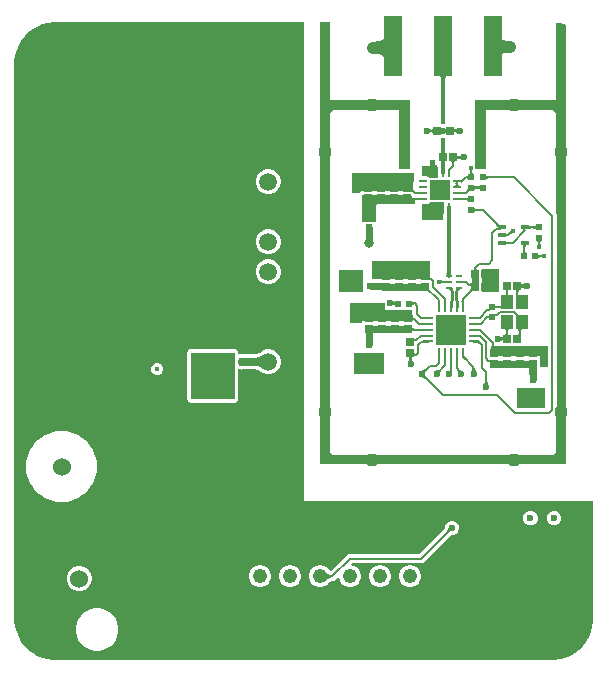
<source format=gtl>
G04*
G04 #@! TF.GenerationSoftware,Altium Limited,Altium Designer,22.1.2 (22)*
G04*
G04 Layer_Physical_Order=1*
G04 Layer_Color=255*
%FSLAX25Y25*%
%MOIN*%
G70*
G04*
G04 #@! TF.SameCoordinates,5B492A3F-CB9A-4010-B6E6-7C5E2EA9E8FC*
G04*
G04*
G04 #@! TF.FilePolarity,Positive*
G04*
G01*
G75*
%ADD10C,0.00787*%
%ADD49R,0.05984X0.20000*%
%ADD50R,0.02756X0.03150*%
%ADD51R,0.01181X0.02559*%
%ADD52R,0.10236X0.10236*%
%ADD53R,0.02362X0.02756*%
%ADD54R,0.01575X0.01890*%
%ADD55O,0.03543X0.00984*%
%ADD56O,0.00984X0.03543*%
%ADD57R,0.02677X0.02520*%
%ADD58R,0.02520X0.02677*%
%ADD59R,0.02362X0.02657*%
G04:AMPARAMS|DCode=60|XSize=39.37mil|YSize=31.5mil|CornerRadius=2.36mil|HoleSize=0mil|Usage=FLASHONLY|Rotation=0.000|XOffset=0mil|YOffset=0mil|HoleType=Round|Shape=RoundedRectangle|*
%AMROUNDEDRECTD60*
21,1,0.03937,0.02677,0,0,0.0*
21,1,0.03465,0.03150,0,0,0.0*
1,1,0.00472,0.01732,-0.01339*
1,1,0.00472,-0.01732,-0.01339*
1,1,0.00472,-0.01732,0.01339*
1,1,0.00472,0.01732,0.01339*
%
%ADD60ROUNDEDRECTD60*%
G04:AMPARAMS|DCode=61|XSize=39.37mil|YSize=31.5mil|CornerRadius=2.36mil|HoleSize=0mil|Usage=FLASHONLY|Rotation=270.000|XOffset=0mil|YOffset=0mil|HoleType=Round|Shape=RoundedRectangle|*
%AMROUNDEDRECTD61*
21,1,0.03937,0.02677,0,0,270.0*
21,1,0.03465,0.03150,0,0,270.0*
1,1,0.00472,-0.01339,-0.01732*
1,1,0.00472,-0.01339,0.01732*
1,1,0.00472,0.01339,0.01732*
1,1,0.00472,0.01339,-0.01732*
%
%ADD61ROUNDEDRECTD61*%
%ADD62R,0.01968X0.01968*%
%ADD63R,0.01968X0.01968*%
%ADD64R,0.02165X0.02165*%
%ADD65O,0.00984X0.03150*%
%ADD66O,0.03150X0.00984*%
%ADD67R,0.06693X0.06693*%
%ADD68R,0.02657X0.02362*%
%ADD69R,0.02165X0.02362*%
%ADD70R,0.02736X0.01654*%
%ADD71R,0.02165X0.00984*%
%ADD72R,0.02165X0.02165*%
%ADD73R,0.03937X0.04724*%
%ADD74C,0.02756*%
%ADD75C,0.01968*%
%ADD76C,0.00394*%
%ADD77C,0.02362*%
%ADD78C,0.00896*%
%ADD79C,0.01323*%
%ADD80C,0.01181*%
%ADD81C,0.03937*%
%ADD82C,0.06000*%
%ADD83C,0.05984*%
%ADD84C,0.04882*%
%ADD85R,0.04882X0.04882*%
%ADD86C,0.23622*%
%ADD87C,0.06024*%
%ADD88R,0.06024X0.06024*%
%ADD89C,0.02362*%
%ADD90C,0.03150*%
%ADD91C,0.01575*%
G36*
X164571Y209014D02*
X164654Y208878D01*
X164793Y208758D01*
X164988Y208654D01*
X165238Y208566D01*
X165544Y208494D01*
X165905Y208438D01*
X166322Y208398D01*
X167323Y208366D01*
Y204429D01*
X166795Y204421D01*
X165905Y204357D01*
X165544Y204301D01*
X165238Y204229D01*
X164988Y204141D01*
X164793Y204037D01*
X164654Y203918D01*
X164571Y203782D01*
X164543Y203630D01*
Y209166D01*
X164571Y209014D01*
D02*
G37*
G36*
X125221Y202350D02*
X125183Y202689D01*
X125070Y202992D01*
X124882Y203260D01*
X124619Y203492D01*
X124280Y203688D01*
X123866Y203849D01*
X123376Y203973D01*
X122812Y204063D01*
X122172Y204116D01*
X121457Y204134D01*
Y208071D01*
X122172Y208089D01*
X122812Y208142D01*
X123376Y208231D01*
X123866Y208356D01*
X124280Y208517D01*
X124619Y208713D01*
X124882Y208945D01*
X125070Y209212D01*
X125183Y209516D01*
X125221Y209855D01*
Y202350D01*
D02*
G37*
G36*
X146080Y196605D02*
X145967Y196565D01*
X145868Y196498D01*
X145782Y196405D01*
X145709Y196285D01*
X145650Y196138D01*
X145603Y195964D01*
X145570Y195764D01*
X145550Y195537D01*
X145544Y195283D01*
X144220D01*
X144214Y195537D01*
X144194Y195764D01*
X144161Y195964D01*
X144114Y196138D01*
X144055Y196285D01*
X143982Y196405D01*
X143896Y196498D01*
X143797Y196565D01*
X143684Y196605D01*
X143559Y196618D01*
X146205D01*
X146080Y196605D01*
D02*
G37*
G36*
X149550Y177520D02*
X149464Y177602D01*
X149375Y177676D01*
X149284Y177741D01*
X149190Y177797D01*
X149093Y177845D01*
X148994Y177884D01*
X148892Y177914D01*
X148839Y177925D01*
X148793Y177917D01*
X148689Y177890D01*
X148601Y177854D01*
X148529Y177811D01*
X148473Y177760D01*
X148433Y177701D01*
X148409Y177634D01*
X148401Y177559D01*
Y179134D01*
X148409Y179059D01*
X148433Y178992D01*
X148473Y178933D01*
X148529Y178882D01*
X148601Y178839D01*
X148689Y178803D01*
X148793Y178776D01*
X148839Y178768D01*
X148892Y178779D01*
X148994Y178809D01*
X149093Y178848D01*
X149190Y178896D01*
X149284Y178952D01*
X149375Y179017D01*
X149464Y179091D01*
X149550Y179173D01*
Y177520D01*
D02*
G37*
G36*
X145681Y177559D02*
X145673Y177634D01*
X145650Y177701D01*
X145610Y177760D01*
X145555Y177811D01*
X145484Y177854D01*
X145398Y177890D01*
X145296Y177917D01*
X145177Y177937D01*
X145044Y177949D01*
X144894Y177953D01*
Y178740D01*
X145044Y178744D01*
X145177Y178756D01*
X145296Y178776D01*
X145398Y178803D01*
X145484Y178839D01*
X145555Y178882D01*
X145610Y178933D01*
X145650Y178992D01*
X145673Y179059D01*
X145681Y179134D01*
Y177559D01*
D02*
G37*
G36*
X144079Y179059D02*
X144103Y178992D01*
X144142Y178933D01*
X144198Y178882D01*
X144270Y178839D01*
X144358Y178803D01*
X144462Y178776D01*
X144582Y178756D01*
X144718Y178744D01*
X144870Y178740D01*
Y177953D01*
X144718Y177949D01*
X144582Y177937D01*
X144462Y177917D01*
X144358Y177890D01*
X144270Y177854D01*
X144198Y177811D01*
X144142Y177760D01*
X144103Y177701D01*
X144079Y177634D01*
X144070Y177559D01*
Y179134D01*
X144079Y179059D01*
D02*
G37*
G36*
X140300Y179091D02*
X140389Y179017D01*
X140480Y178952D01*
X140574Y178896D01*
X140671Y178848D01*
X140770Y178809D01*
X140871Y178779D01*
X140922Y178769D01*
X140965Y178776D01*
X141067Y178803D01*
X141154Y178839D01*
X141225Y178882D01*
X141280Y178933D01*
X141319Y178992D01*
X141343Y179059D01*
X141351Y179134D01*
Y177559D01*
X141343Y177634D01*
X141319Y177701D01*
X141280Y177760D01*
X141225Y177811D01*
X141154Y177854D01*
X141067Y177890D01*
X140965Y177917D01*
X140922Y177924D01*
X140871Y177914D01*
X140770Y177884D01*
X140671Y177845D01*
X140574Y177797D01*
X140480Y177741D01*
X140389Y177676D01*
X140300Y177602D01*
X140214Y177520D01*
Y179173D01*
X140300Y179091D01*
D02*
G37*
G36*
X145812D02*
X145900Y179017D01*
X145992Y178952D01*
X146086Y178896D01*
X146182Y178848D01*
X146282Y178809D01*
X146383Y178779D01*
X146488Y178758D01*
X146595Y178744D01*
X146704Y178740D01*
Y177953D01*
X146595Y177948D01*
X146488Y177935D01*
X146383Y177914D01*
X146282Y177884D01*
X146182Y177845D01*
X146086Y177797D01*
X145992Y177741D01*
X145900Y177676D01*
X145812Y177602D01*
X145725Y177520D01*
Y179173D01*
X145812Y179091D01*
D02*
G37*
G36*
X144038Y177520D02*
X143952Y177602D01*
X143863Y177676D01*
X143772Y177741D01*
X143678Y177797D01*
X143581Y177845D01*
X143482Y177884D01*
X143380Y177914D01*
X143276Y177935D01*
X143169Y177948D01*
X143060Y177953D01*
Y178740D01*
X143169Y178744D01*
X143276Y178758D01*
X143380Y178779D01*
X143482Y178809D01*
X143581Y178848D01*
X143678Y178896D01*
X143772Y178952D01*
X143863Y179017D01*
X143952Y179091D01*
X144038Y179173D01*
Y177520D01*
D02*
G37*
G36*
X151027Y168661D02*
X150940Y168744D01*
X150852Y168817D01*
X150760Y168882D01*
X150666Y168939D01*
X150570Y168986D01*
X150470Y169025D01*
X150369Y169055D01*
X150264Y169077D01*
X150195Y169086D01*
X150118Y169079D01*
X150000Y169059D01*
X149898Y169032D01*
X149811Y168996D01*
X149740Y168953D01*
X149685Y168902D01*
X149645Y168842D01*
X149622Y168776D01*
X149614Y168701D01*
Y170276D01*
X149622Y170201D01*
X149645Y170134D01*
X149685Y170075D01*
X149740Y170024D01*
X149811Y169980D01*
X149898Y169945D01*
X150000Y169917D01*
X150118Y169898D01*
X150195Y169891D01*
X150264Y169899D01*
X150369Y169921D01*
X150470Y169951D01*
X150570Y169990D01*
X150666Y170038D01*
X150760Y170094D01*
X150852Y170159D01*
X150940Y170233D01*
X151027Y170315D01*
Y168661D01*
D02*
G37*
G36*
X148902Y168244D02*
X148835Y168220D01*
X148776Y168180D01*
X148724Y168124D01*
X148681Y168052D01*
X148646Y167965D01*
X148618Y167861D01*
X148598Y167741D01*
X148587Y167605D01*
X148583Y167453D01*
X147795D01*
X147791Y167605D01*
X147780Y167741D01*
X147760Y167861D01*
X147732Y167965D01*
X147697Y168052D01*
X147653Y168124D01*
X147602Y168180D01*
X147543Y168220D01*
X147476Y168244D01*
X147402Y168252D01*
X148976D01*
X148902Y168244D01*
D02*
G37*
G36*
X154753Y165349D02*
X154727Y165310D01*
X154703Y165264D01*
X154683Y165214D01*
X154665Y165157D01*
X154651Y165095D01*
X154640Y165028D01*
X154632Y164954D01*
X154627Y164815D01*
X154630Y164701D01*
X154642Y164567D01*
X154661Y164449D01*
X154689Y164346D01*
X154724Y164260D01*
X154768Y164189D01*
X154819Y164134D01*
X154878Y164094D01*
X154945Y164071D01*
X155020Y164063D01*
X153445D01*
X153520Y164071D01*
X153587Y164094D01*
X153646Y164134D01*
X153697Y164189D01*
X153740Y164260D01*
X153776Y164346D01*
X153803Y164449D01*
X153823Y164567D01*
X153835Y164701D01*
X153838Y164826D01*
X153837Y164875D01*
X153824Y165028D01*
X153813Y165095D01*
X153799Y165157D01*
X153782Y165214D01*
X153761Y165264D01*
X153738Y165310D01*
X153711Y165349D01*
X153681Y165383D01*
X154783D01*
X154753Y165349D01*
D02*
G37*
G36*
X142303Y168385D02*
X142299Y168374D01*
X142303Y168330D01*
Y168292D01*
X142292Y168235D01*
X142303Y168180D01*
Y167224D01*
X142322Y167201D01*
X142433Y167080D01*
X142400Y167047D01*
X142421D01*
Y166339D01*
X142905D01*
Y164272D01*
X143048Y163553D01*
X143078Y163508D01*
Y163189D01*
X143175Y162697D01*
X140396D01*
X140380Y162722D01*
X139826Y163092D01*
X139173Y163222D01*
X137697D01*
Y166732D01*
X140354D01*
Y168602D01*
Y168701D01*
X142303D01*
Y168385D01*
D02*
G37*
G36*
X153174Y162229D02*
X153166Y162294D01*
X153144Y162351D01*
X153107Y162402D01*
X153055Y162446D01*
X152988Y162483D01*
X152906Y162513D01*
X152809Y162537D01*
X152698Y162554D01*
X152571Y162564D01*
X152430Y162568D01*
Y163355D01*
X152571Y163358D01*
X152698Y163368D01*
X152809Y163385D01*
X152906Y163409D01*
X152988Y163440D01*
X153055Y163477D01*
X153107Y163521D01*
X153144Y163571D01*
X153166Y163629D01*
X153174Y163693D01*
Y162229D01*
D02*
G37*
G36*
X159236Y163606D02*
X159260Y163539D01*
X159300Y163480D01*
X159356Y163429D01*
X159428Y163386D01*
X159516Y163350D01*
X159620Y163323D01*
X159740Y163303D01*
X159876Y163291D01*
X160027Y163287D01*
Y162500D01*
X159876Y162496D01*
X159740Y162484D01*
X159620Y162465D01*
X159516Y162437D01*
X159428Y162402D01*
X159356Y162358D01*
X159300Y162307D01*
X159260Y162248D01*
X159236Y162181D01*
X159228Y162106D01*
Y163681D01*
X159236Y163606D01*
D02*
G37*
G36*
X151899Y161874D02*
X151623Y161600D01*
X150841Y160909D01*
X150805Y160906D01*
X150809Y160949D01*
X150853Y161037D01*
X150937Y161170D01*
X150360Y161993D01*
X150411Y161941D01*
X150473Y161910D01*
X150548Y161903D01*
X150634Y161918D01*
X150731Y161956D01*
X150841Y162016D01*
X150962Y162099D01*
X151095Y162205D01*
X151239Y162333D01*
X151396Y162484D01*
X151899Y161874D01*
D02*
G37*
G36*
X150221Y161030D02*
X150154Y161006D01*
X150094Y160966D01*
X150043Y160910D01*
X150000Y160838D01*
X149965Y160750D01*
X149937Y160646D01*
X149918Y160531D01*
X149937Y160416D01*
X149965Y160313D01*
X150000Y160225D01*
X150043Y160153D01*
X150094Y160097D01*
X150154Y160057D01*
X150221Y160033D01*
X150295Y160025D01*
X148721D01*
X148795Y160033D01*
X148862Y160057D01*
X148921Y160097D01*
X148972Y160153D01*
X149016Y160225D01*
X149051Y160313D01*
X149079Y160416D01*
X149098Y160531D01*
X149079Y160646D01*
X149051Y160750D01*
X149016Y160838D01*
X148972Y160910D01*
X148921Y160966D01*
X148862Y161006D01*
X148795Y161030D01*
X148721Y161038D01*
X150295D01*
X150221Y161030D01*
D02*
G37*
G36*
X157111Y158661D02*
X157103Y158736D01*
X157079Y158803D01*
X157039Y158862D01*
X156983Y158913D01*
X156911Y158957D01*
X156823Y158992D01*
X156719Y159020D01*
X156599Y159039D01*
X156463Y159051D01*
X156311Y159055D01*
Y159843D01*
X156463Y159846D01*
X156599Y159858D01*
X156719Y159878D01*
X156823Y159906D01*
X156911Y159941D01*
X156983Y159984D01*
X157039Y160035D01*
X157079Y160094D01*
X157103Y160161D01*
X157111Y160236D01*
Y158661D01*
D02*
G37*
G36*
X155299Y160161D02*
X155323Y160094D01*
X155363Y160035D01*
X155419Y159984D01*
X155491Y159941D01*
X155579Y159906D01*
X155683Y159878D01*
X155803Y159858D01*
X155938Y159846D01*
X156090Y159843D01*
Y159055D01*
X155938Y159051D01*
X155803Y159039D01*
X155683Y159020D01*
X155579Y158992D01*
X155491Y158957D01*
X155419Y158913D01*
X155363Y158862D01*
X155323Y158803D01*
X155299Y158736D01*
X155291Y158661D01*
Y160236D01*
X155299Y160161D01*
D02*
G37*
G36*
X154275Y158390D02*
X154215Y158433D01*
X154144Y158455D01*
X154060Y158453D01*
X153966Y158430D01*
X153861Y158384D01*
X153744Y158316D01*
X153615Y158226D01*
X153475Y158113D01*
X153162Y157821D01*
X152605Y158378D01*
X152762Y158541D01*
X153009Y158832D01*
X153100Y158960D01*
X153168Y159077D01*
X153213Y159183D01*
X153237Y159277D01*
X153238Y159360D01*
X153217Y159432D01*
X153174Y159492D01*
X154275Y158390D01*
D02*
G37*
G36*
X135039Y161417D02*
X134941D01*
X134993Y161365D01*
Y158465D01*
X117539D01*
Y158059D01*
X117256Y158002D01*
X116916Y157776D01*
X114370D01*
Y164272D01*
X135039D01*
Y161417D01*
D02*
G37*
G36*
X153174Y154785D02*
X153166Y154860D01*
X153142Y154927D01*
X153102Y154986D01*
X153046Y155037D01*
X152974Y155080D01*
X152886Y155116D01*
X152782Y155143D01*
X152662Y155163D01*
X152526Y155175D01*
X152374Y155179D01*
Y155966D01*
X152526Y155970D01*
X152662Y155982D01*
X152782Y156002D01*
X152886Y156029D01*
X152974Y156065D01*
X153046Y156108D01*
X153102Y156159D01*
X153142Y156218D01*
X153166Y156285D01*
X153174Y156360D01*
Y154785D01*
D02*
G37*
G36*
X155299Y152681D02*
X155323Y152614D01*
X155363Y152555D01*
X155419Y152504D01*
X155491Y152461D01*
X155579Y152425D01*
X155683Y152398D01*
X155803Y152378D01*
X155938Y152366D01*
X156090Y152362D01*
Y151575D01*
X155938Y151571D01*
X155803Y151559D01*
X155683Y151539D01*
X155579Y151512D01*
X155491Y151476D01*
X155419Y151433D01*
X155363Y151382D01*
X155323Y151323D01*
X155299Y151256D01*
X155291Y151181D01*
Y152756D01*
X155299Y152681D01*
D02*
G37*
G36*
X145176Y154590D02*
X145046Y153937D01*
Y153618D01*
X145016Y153573D01*
X144873Y152854D01*
Y148721D01*
X137795D01*
Y153904D01*
X139173D01*
X139826Y154034D01*
X140380Y154404D01*
X140528Y154626D01*
X145200D01*
X145176Y154590D01*
D02*
G37*
G36*
X133839Y156859D02*
X134056D01*
X134472Y156443D01*
X134472Y156443D01*
X134993Y156095D01*
X135531Y155988D01*
Y153937D01*
X122736D01*
X122539Y153740D01*
Y148031D01*
X117717D01*
X117618Y148130D01*
X117717Y148228D01*
Y156862D01*
X117726Y156868D01*
X117774Y156878D01*
X117804Y156890D01*
X133684D01*
X133839Y156859D01*
D02*
G37*
G36*
X163188Y147376D02*
X163479Y147128D01*
X163608Y147038D01*
X163725Y146970D01*
X163830Y146924D01*
X163925Y146901D01*
X164008Y146900D01*
X164079Y146921D01*
X164139Y146964D01*
X163038Y145863D01*
X163081Y145923D01*
X163102Y145994D01*
X163101Y146077D01*
X163077Y146172D01*
X163032Y146277D01*
X162964Y146394D01*
X162873Y146523D01*
X162761Y146662D01*
X162469Y146976D01*
X163026Y147533D01*
X163188Y147376D01*
D02*
G37*
G36*
X175811Y145374D02*
X175803Y145449D01*
X175779Y145516D01*
X175740Y145575D01*
X175683Y145626D01*
X175612Y145669D01*
X175524Y145705D01*
X175420Y145732D01*
X175300Y145752D01*
X175164Y145764D01*
X175012Y145768D01*
Y146555D01*
X175164Y146559D01*
X175300Y146571D01*
X175420Y146591D01*
X175524Y146618D01*
X175612Y146654D01*
X175683Y146697D01*
X175740Y146748D01*
X175779Y146807D01*
X175803Y146874D01*
X175811Y146949D01*
Y145374D01*
D02*
G37*
G36*
X173388Y146874D02*
X173412Y146807D01*
X173451Y146748D01*
X173507Y146697D01*
X173579Y146654D01*
X173667Y146618D01*
X173771Y146591D01*
X173891Y146571D01*
X174027Y146559D01*
X174179Y146555D01*
Y145768D01*
X174027Y145764D01*
X173891Y145752D01*
X173771Y145732D01*
X173667Y145705D01*
X173579Y145669D01*
X173507Y145626D01*
X173451Y145575D01*
X173412Y145516D01*
X173388Y145449D01*
X173380Y145374D01*
Y146949D01*
X173388Y146874D01*
D02*
G37*
G36*
X172400Y145342D02*
X172388Y145328D01*
X172377Y145305D01*
X172368Y145272D01*
X172360Y145230D01*
X172354Y145179D01*
X172345Y145049D01*
X172343Y144882D01*
X171555D01*
X171554Y144970D01*
X171537Y145230D01*
X171529Y145272D01*
X171520Y145305D01*
X171510Y145328D01*
X171498Y145342D01*
X171484Y145347D01*
X172414D01*
X172400Y145342D01*
D02*
G37*
G36*
X168102Y144291D02*
X168057Y144289D01*
X168011Y144280D01*
X167962Y144265D01*
X167912Y144243D01*
X167860Y144216D01*
X167806Y144182D01*
X167750Y144142D01*
X167693Y144095D01*
X167572Y143984D01*
X167016Y144541D01*
X167074Y144602D01*
X167173Y144719D01*
X167213Y144774D01*
X167247Y144828D01*
X167275Y144880D01*
X167296Y144931D01*
X167311Y144979D01*
X167320Y145026D01*
X167323Y145071D01*
X168102Y144291D01*
D02*
G37*
G36*
X177632Y141551D02*
X177565Y141527D01*
X177506Y141488D01*
X177455Y141431D01*
X177411Y141360D01*
X177376Y141272D01*
X177348Y141168D01*
X177329Y141048D01*
X177317Y140912D01*
X177314Y140797D01*
X177315Y140761D01*
X177328Y140610D01*
X177340Y140542D01*
X177356Y140481D01*
X177374Y140425D01*
X177397Y140375D01*
X177422Y140332D01*
X177451Y140293D01*
X177483Y140261D01*
X176383Y140192D01*
X176410Y140226D01*
X176435Y140267D01*
X176456Y140312D01*
X176474Y140364D01*
X176490Y140420D01*
X176503Y140483D01*
X176513Y140551D01*
X176524Y140704D01*
X176525Y140771D01*
X176522Y140912D01*
X176510Y141048D01*
X176490Y141168D01*
X176463Y141272D01*
X176427Y141360D01*
X176384Y141431D01*
X176333Y141488D01*
X176274Y141527D01*
X176207Y141551D01*
X176132Y141559D01*
X177707D01*
X177632Y141551D01*
D02*
G37*
G36*
X172661Y140221D02*
X172594Y140197D01*
X172535Y140158D01*
X172484Y140103D01*
X172441Y140032D01*
X172406Y139945D01*
X172378Y139843D01*
X172358Y139725D01*
X172346Y139591D01*
X172343Y139441D01*
X171555D01*
X171551Y139591D01*
X171539Y139725D01*
X171520Y139843D01*
X171492Y139945D01*
X171457Y140032D01*
X171413Y140103D01*
X171362Y140158D01*
X171303Y140197D01*
X171236Y140221D01*
X171161Y140228D01*
X172736D01*
X172661Y140221D01*
D02*
G37*
G36*
X172346Y138222D02*
X172358Y138086D01*
X172378Y137966D01*
X172406Y137862D01*
X172441Y137774D01*
X172484Y137702D01*
X172535Y137646D01*
X172594Y137606D01*
X172661Y137582D01*
X172736Y137574D01*
X171161D01*
X171236Y137582D01*
X171303Y137606D01*
X171362Y137646D01*
X171413Y137702D01*
X171457Y137774D01*
X171492Y137862D01*
X171520Y137966D01*
X171539Y138086D01*
X171551Y138222D01*
X171555Y138374D01*
X172343D01*
X172346Y138222D01*
D02*
G37*
G36*
X178016Y136029D02*
X177982Y136056D01*
X177942Y136080D01*
X177896Y136101D01*
X177845Y136120D01*
X177788Y136136D01*
X177726Y136149D01*
X177658Y136158D01*
X177505Y136170D01*
X177420Y136171D01*
X177363Y136959D01*
X177447Y136960D01*
X177599Y136974D01*
X177666Y136986D01*
X177728Y137001D01*
X177783Y137020D01*
X177833Y137042D01*
X177877Y137068D01*
X177915Y137097D01*
X177948Y137129D01*
X178016Y136029D01*
D02*
G37*
G36*
X176559Y137278D02*
X176583Y137211D01*
X176623Y137152D01*
X176679Y137100D01*
X176751Y137057D01*
X176839Y137022D01*
X176943Y136994D01*
X177062Y136974D01*
X177198Y136963D01*
X177350Y136959D01*
Y136171D01*
X177198Y136167D01*
X177062Y136155D01*
X176943Y136136D01*
X176839Y136108D01*
X176751Y136073D01*
X176679Y136030D01*
X176623Y135978D01*
X176583Y135919D01*
X176559Y135852D01*
X176551Y135778D01*
Y137352D01*
X176559Y137278D01*
D02*
G37*
G36*
X163583Y124803D02*
X162992D01*
Y124508D01*
X157973D01*
Y127570D01*
X157984Y127626D01*
X157974Y127673D01*
X157980Y127720D01*
X157973Y127746D01*
Y128169D01*
Y129242D01*
X157980Y129268D01*
X157974Y129316D01*
X157984Y129362D01*
X157973Y129418D01*
Y132253D01*
X160039D01*
X160039Y132253D01*
X160195Y132283D01*
X163583D01*
Y124803D01*
D02*
G37*
G36*
X156008Y132494D02*
X156020Y132358D01*
X156039Y132238D01*
X156067Y132134D01*
X156102Y132046D01*
X156146Y131974D01*
X156197Y131918D01*
X156256Y131878D01*
X156323Y131854D01*
X156398Y131846D01*
X154823D01*
X154898Y131854D01*
X154965Y131878D01*
X155024Y131918D01*
X155075Y131974D01*
X155118Y132046D01*
X155154Y132134D01*
X155181Y132238D01*
X155201Y132358D01*
X155213Y132494D01*
X155217Y132645D01*
X156004D01*
X156008Y132494D01*
D02*
G37*
G36*
X147418Y131572D02*
X147450Y131148D01*
X147479Y130976D01*
X147516Y130831D01*
X147561Y130712D01*
X147614Y130619D01*
X147675Y130553D01*
X147745Y130513D01*
X147823Y130500D01*
X145681D01*
X145759Y130513D01*
X145828Y130553D01*
X145890Y130619D01*
X145943Y130712D01*
X145988Y130831D01*
X146025Y130976D01*
X146054Y131148D01*
X146074Y131347D01*
X146090Y131823D01*
X147414D01*
X147418Y131572D01*
D02*
G37*
G36*
X140551Y128945D02*
X137785D01*
X137729Y128956D01*
X137682Y128947D01*
X137634Y128952D01*
X137608Y128945D01*
X136535D01*
Y128945D01*
X135926D01*
X135906Y128951D01*
X135850Y128945D01*
X135795Y128956D01*
X135739Y128945D01*
X133355D01*
X133299Y128956D01*
X133253Y128947D01*
X133205Y128952D01*
X133179Y128945D01*
X131585D01*
X131559Y128952D01*
X131511Y128947D01*
X131464Y128956D01*
X131408Y128945D01*
X129025D01*
X128969Y128956D01*
X128922Y128947D01*
X128875Y128952D01*
X128848Y128945D01*
X127776D01*
Y128945D01*
X127254D01*
X127228Y128952D01*
X127180Y128947D01*
X127134Y128956D01*
X127078Y128945D01*
X124694D01*
X124638Y128956D01*
X124616Y128952D01*
X124594Y128955D01*
X124312Y128945D01*
X123445D01*
Y128913D01*
X122886Y128893D01*
X121063D01*
Y135039D01*
X140551D01*
Y128945D01*
D02*
G37*
G36*
X151177Y128515D02*
X151201Y128500D01*
X151240Y128487D01*
X151295Y128476D01*
X151366Y128466D01*
X151555Y128453D01*
X151956Y128445D01*
Y127657D01*
X151807Y127657D01*
X151295Y127626D01*
X151240Y127615D01*
X151201Y127602D01*
X151177Y127587D01*
X151169Y127571D01*
Y128531D01*
X151177Y128515D01*
D02*
G37*
G36*
X144198Y128572D02*
X144238Y128546D01*
X144283Y128522D01*
X144334Y128502D01*
X144390Y128484D01*
X144452Y128470D01*
X144520Y128459D01*
X144593Y128451D01*
X144757Y128445D01*
Y127657D01*
X144672Y127656D01*
X144520Y127643D01*
X144452Y127632D01*
X144390Y127618D01*
X144334Y127601D01*
X144283Y127580D01*
X144238Y127557D01*
X144198Y127530D01*
X144165Y127500D01*
Y128602D01*
X144198Y128572D01*
D02*
G37*
G36*
X171893Y125945D02*
X171807Y126027D01*
X171718Y126101D01*
X171626Y126166D01*
X171532Y126222D01*
X171436Y126270D01*
X171337Y126309D01*
X171284Y126324D01*
X171248Y126315D01*
X171160Y126279D01*
X171088Y126236D01*
X171032Y126185D01*
X170992Y126126D01*
X170968Y126059D01*
X170960Y125984D01*
Y126376D01*
X170914Y126378D01*
Y127165D01*
X170960Y127167D01*
Y127559D01*
X170968Y127484D01*
X170992Y127417D01*
X171032Y127358D01*
X171088Y127307D01*
X171160Y127264D01*
X171248Y127228D01*
X171284Y127219D01*
X171337Y127235D01*
X171436Y127274D01*
X171532Y127321D01*
X171626Y127377D01*
X171718Y127443D01*
X171807Y127516D01*
X171893Y127598D01*
Y125945D01*
D02*
G37*
G36*
X154138Y126287D02*
X154130Y126351D01*
X154108Y126408D01*
X154070Y126458D01*
X154018Y126502D01*
X153951Y126539D01*
X153870Y126569D01*
X153774Y126592D01*
X153663Y126609D01*
X153537Y126619D01*
X153397Y126623D01*
Y127410D01*
X153536Y127412D01*
X153769Y127429D01*
X153864Y127445D01*
X153944Y127464D01*
X154009Y127488D01*
X154061Y127516D01*
X154097Y127548D01*
X154119Y127585D01*
X154126Y127626D01*
X154138Y126287D01*
D02*
G37*
G36*
X155318Y125142D02*
X155255Y125182D01*
X155181Y125200D01*
X155096Y125197D01*
X155000Y125172D01*
X154894Y125126D01*
X154778Y125059D01*
X154650Y124970D01*
X154512Y124859D01*
X154205Y124573D01*
X153569Y125051D01*
X153730Y125217D01*
X153982Y125513D01*
X154074Y125643D01*
X154142Y125760D01*
X154187Y125865D01*
X154210Y125959D01*
X154209Y126040D01*
X154185Y126108D01*
X154138Y126165D01*
X155318Y125142D01*
D02*
G37*
G36*
X170358Y125528D02*
X170291Y125504D01*
X170232Y125464D01*
X170181Y125408D01*
X170138Y125336D01*
X170102Y125248D01*
X170075Y125144D01*
X170055Y125024D01*
X170043Y124888D01*
X170039Y124736D01*
X169252D01*
X169248Y124888D01*
X169236Y125024D01*
X169217Y125144D01*
X169189Y125248D01*
X169154Y125336D01*
X169110Y125408D01*
X169059Y125464D01*
X169000Y125504D01*
X168933Y125528D01*
X168858Y125536D01*
X170433D01*
X170358Y125528D01*
D02*
G37*
G36*
X166894D02*
X166827Y125504D01*
X166768Y125464D01*
X166717Y125408D01*
X166673Y125336D01*
X166638Y125248D01*
X166610Y125144D01*
X166591Y125024D01*
X166579Y124888D01*
X166575Y124736D01*
X165787D01*
X165784Y124888D01*
X165772Y125024D01*
X165752Y125144D01*
X165724Y125248D01*
X165689Y125336D01*
X165646Y125408D01*
X165594Y125464D01*
X165535Y125504D01*
X165469Y125528D01*
X165394Y125536D01*
X166969D01*
X166894Y125528D01*
D02*
G37*
G36*
X118307Y124606D02*
X110236D01*
Y131890D01*
X118307D01*
Y124606D01*
D02*
G37*
G36*
X166579Y124246D02*
X166591Y124110D01*
X166610Y123990D01*
X166638Y123886D01*
X166673Y123798D01*
X166717Y123726D01*
X166768Y123670D01*
X166827Y123630D01*
X166894Y123606D01*
X166969Y123598D01*
X165394D01*
X165469Y123606D01*
X165535Y123630D01*
X165594Y123670D01*
X165646Y123726D01*
X165689Y123798D01*
X165724Y123886D01*
X165752Y123990D01*
X165772Y124110D01*
X165784Y124246D01*
X165787Y124397D01*
X166575D01*
X166579Y124246D01*
D02*
G37*
G36*
X151809Y122069D02*
X151830Y121250D01*
X150926D01*
X150944Y121286D01*
X150960Y121334D01*
X150975Y121395D01*
X150987Y121468D01*
X151006Y121655D01*
X151018Y121892D01*
X151022Y122182D01*
X151809Y122069D01*
D02*
G37*
G36*
X134543Y121579D02*
X134567Y121512D01*
X134606Y121453D01*
X134661Y121402D01*
X134732Y121358D01*
X134819Y121323D01*
X134921Y121295D01*
X135039Y121276D01*
X135173Y121264D01*
X135323Y121260D01*
Y120472D01*
X135173Y120468D01*
X135039Y120457D01*
X134921Y120437D01*
X134819Y120409D01*
X134732Y120374D01*
X134661Y120331D01*
X134606Y120280D01*
X134567Y120220D01*
X134543Y120153D01*
X134535Y120079D01*
Y121653D01*
X134543Y121579D01*
D02*
G37*
G36*
X128251Y121631D02*
X128332Y121553D01*
X128418Y121484D01*
X128506Y121425D01*
X128599Y121374D01*
X128649Y121353D01*
X128663Y121358D01*
X128735Y121402D01*
X128791Y121453D01*
X128831Y121512D01*
X128855Y121579D01*
X128863Y121653D01*
Y121286D01*
X128898Y121278D01*
X129005Y121264D01*
X129116Y121260D01*
X129046Y120472D01*
X128938Y120468D01*
X128863Y120460D01*
Y120079D01*
X128855Y120153D01*
X128831Y120220D01*
X128791Y120280D01*
X128735Y120331D01*
X128663Y120374D01*
X128599Y120400D01*
X128521Y120372D01*
X128421Y120328D01*
X128322Y120275D01*
X128225Y120215D01*
X128129Y120147D01*
X128035Y120070D01*
X128069Y120472D01*
X128063Y120472D01*
Y121260D01*
X128135Y121262D01*
X128173Y121718D01*
X128251Y121631D01*
D02*
G37*
G36*
X125492Y118799D02*
X131201D01*
Y118504D01*
X134615D01*
Y117323D01*
X134615Y117323D01*
X134717Y116810D01*
X134737Y116708D01*
X134941Y116403D01*
Y114961D01*
X132076D01*
X132020Y114972D01*
X131973Y114962D01*
X131926Y114968D01*
X131899Y114961D01*
X130306D01*
X130279Y114968D01*
X130232Y114962D01*
X130185Y114972D01*
X130129Y114961D01*
X127745D01*
X127689Y114972D01*
X127642Y114962D01*
X127595Y114968D01*
X127568Y114961D01*
X125975D01*
X125948Y114968D01*
X125901Y114962D01*
X125854Y114972D01*
X125798Y114961D01*
X123415D01*
X123359Y114972D01*
X123312Y114962D01*
X123264Y114968D01*
X123238Y114961D01*
X121644D01*
X121618Y114968D01*
X121570Y114962D01*
X121523Y114972D01*
X121467Y114961D01*
X117835D01*
Y114173D01*
X114075D01*
X113976Y114272D01*
Y118799D01*
Y121063D01*
X125492D01*
Y118799D01*
D02*
G37*
G36*
X171146Y112221D02*
X171079Y112197D01*
X171020Y112157D01*
X170968Y112101D01*
X170925Y112029D01*
X170890Y111941D01*
X170862Y111837D01*
X170843Y111717D01*
X170831Y111581D01*
X170827Y111429D01*
X170039D01*
X170035Y111581D01*
X170024Y111717D01*
X170004Y111837D01*
X169976Y111941D01*
X169941Y112029D01*
X169898Y112101D01*
X169846Y112157D01*
X169787Y112197D01*
X169720Y112221D01*
X169646Y112229D01*
X171221D01*
X171146Y112221D01*
D02*
G37*
G36*
X166854D02*
X166787Y112197D01*
X166728Y112157D01*
X166677Y112101D01*
X166634Y112029D01*
X166598Y111941D01*
X166571Y111837D01*
X166551Y111717D01*
X166539Y111581D01*
X166535Y111429D01*
X165748D01*
X165744Y111581D01*
X165732Y111717D01*
X165713Y111837D01*
X165685Y111941D01*
X165650Y112029D01*
X165606Y112101D01*
X165555Y112157D01*
X165496Y112197D01*
X165429Y112221D01*
X165354Y112229D01*
X166929D01*
X166854Y112221D01*
D02*
G37*
G36*
X134512Y112819D02*
X134536Y112752D01*
X134575Y112693D01*
X134632Y112642D01*
X134703Y112598D01*
X134791Y112563D01*
X134895Y112535D01*
X135015Y112516D01*
X135151Y112504D01*
X135303Y112500D01*
Y111713D01*
X135151Y111709D01*
X135015Y111697D01*
X134895Y111677D01*
X134791Y111650D01*
X134703Y111614D01*
X134632Y111571D01*
X134575Y111520D01*
X134536Y111461D01*
X134512Y111394D01*
X134504Y111319D01*
Y112894D01*
X134512Y112819D01*
D02*
G37*
G36*
X170828Y110941D02*
X170863Y110500D01*
X170879Y110429D01*
X170898Y110374D01*
X170920Y110335D01*
X170945Y110311D01*
X170972Y110303D01*
X169646Y110291D01*
X169720Y110300D01*
X169787Y110324D01*
X169846Y110364D01*
X169898Y110421D01*
X169941Y110493D01*
X169976Y110580D01*
X170004Y110684D01*
X170024Y110804D01*
X170035Y110939D01*
X170039Y111090D01*
X170827D01*
X170828Y110941D01*
D02*
G37*
G36*
X166539Y110939D02*
X166551Y110803D01*
X166571Y110683D01*
X166598Y110579D01*
X166634Y110491D01*
X166677Y110419D01*
X166728Y110363D01*
X166787Y110323D01*
X166854Y110299D01*
X166929Y110291D01*
X165354D01*
X165429Y110299D01*
X165496Y110323D01*
X165555Y110363D01*
X165606Y110419D01*
X165650Y110491D01*
X165685Y110579D01*
X165713Y110683D01*
X165732Y110803D01*
X165744Y110939D01*
X165748Y111090D01*
X166535D01*
X166539Y110939D01*
D02*
G37*
G36*
X121511Y111091D02*
X121499Y111020D01*
X121489Y110902D01*
X121463Y109957D01*
X121457Y108752D01*
X119095D01*
X119028Y111114D01*
X121523D01*
X121511Y111091D01*
D02*
G37*
G36*
X164217Y109800D02*
X164306Y109726D01*
X164397Y109661D01*
X164491Y109605D01*
X164588Y109557D01*
X164640Y109537D01*
X164667Y109547D01*
X164739Y109591D01*
X164795Y109642D01*
X164834Y109701D01*
X164858Y109768D01*
X164866Y109843D01*
Y109472D01*
X164893Y109466D01*
X165000Y109453D01*
X165110Y109449D01*
Y108661D01*
X165000Y108657D01*
X164893Y108644D01*
X164866Y108639D01*
Y108268D01*
X164858Y108343D01*
X164834Y108409D01*
X164795Y108468D01*
X164739Y108520D01*
X164667Y108563D01*
X164640Y108574D01*
X164588Y108553D01*
X164491Y108505D01*
X164397Y108449D01*
X164306Y108384D01*
X164217Y108311D01*
X164131Y108228D01*
Y108660D01*
X164067Y108661D01*
Y109449D01*
X164131Y109450D01*
Y109882D01*
X164217Y109800D01*
D02*
G37*
G36*
X156907Y108386D02*
X156963Y108352D01*
X157036Y108297D01*
X157129Y108220D01*
X157515Y107859D01*
X157680Y107696D01*
X157108Y107154D01*
X156957Y107300D01*
X156683Y107530D01*
X156560Y107615D01*
X156447Y107679D01*
X156344Y107722D01*
X156250Y107746D01*
X156165Y107748D01*
X156091Y107730D01*
X156026Y107692D01*
X156850Y108357D01*
X156851Y108388D01*
X156870Y108398D01*
X156907Y108386D01*
D02*
G37*
G36*
X135201Y104372D02*
X135224Y104309D01*
X135263Y104254D01*
X135318Y104207D01*
X135387Y104166D01*
X135472Y104133D01*
X135572Y104108D01*
X135688Y104089D01*
X135818Y104078D01*
X135965Y104075D01*
Y103287D01*
X135820Y103285D01*
X135577Y103265D01*
X135478Y103248D01*
X135395Y103226D01*
X135326Y103200D01*
X135273Y103168D01*
X135235Y103131D01*
X135212Y103090D01*
X135205Y103043D01*
X135193Y104441D01*
X135201Y104372D01*
D02*
G37*
G36*
X151824Y103702D02*
X151812Y103621D01*
X151819Y103532D01*
X151847Y103434D01*
X151894Y103327D01*
X151960Y103211D01*
X152047Y103087D01*
X152153Y102953D01*
X152424Y102660D01*
X151851Y102120D01*
X151744Y102226D01*
X151216Y102688D01*
X151191Y102697D01*
X151856Y103774D01*
X151824Y103702D01*
D02*
G37*
G36*
X134768Y103036D02*
X134701Y103012D01*
X134642Y102973D01*
X134591Y102918D01*
X134547Y102847D01*
X134512Y102760D01*
X134484Y102658D01*
X134465Y102540D01*
X134453Y102408D01*
X134453Y102402D01*
X134466Y102295D01*
X134488Y102190D01*
X134518Y102089D01*
X134557Y101989D01*
X134605Y101893D01*
X134661Y101799D01*
X134726Y101707D01*
X134800Y101619D01*
X134882Y101532D01*
X133228D01*
X133311Y101619D01*
X133384Y101707D01*
X133449Y101799D01*
X133505Y101893D01*
X133553Y101989D01*
X133592Y102089D01*
X133622Y102190D01*
X133644Y102295D01*
X133657Y102402D01*
X133657Y102408D01*
X133646Y102540D01*
X133626Y102658D01*
X133598Y102760D01*
X133563Y102847D01*
X133520Y102918D01*
X133468Y102973D01*
X133409Y103012D01*
X133343Y103036D01*
X133268Y103043D01*
X134843D01*
X134768Y103036D01*
D02*
G37*
G36*
X179694Y99508D02*
X177146D01*
Y103248D01*
X173513D01*
X173457Y103259D01*
X173410Y103250D01*
X173363Y103255D01*
X173336Y103248D01*
X171742D01*
X171716Y103255D01*
X171669Y103250D01*
X171622Y103259D01*
X171566Y103248D01*
X169182D01*
X169126Y103259D01*
X169079Y103250D01*
X169032Y103255D01*
X169006Y103248D01*
X167412D01*
X167385Y103255D01*
X167338Y103250D01*
X167291Y103259D01*
X167235Y103248D01*
X164851D01*
X164795Y103259D01*
X164749Y103250D01*
X164701Y103255D01*
X164675Y103248D01*
X163081D01*
X163055Y103255D01*
X163007Y103250D01*
X162960Y103259D01*
X162904Y103248D01*
X161002D01*
X160846Y103279D01*
X160846Y103279D01*
X160759D01*
Y105519D01*
X160728D01*
X160759Y105523D01*
Y106595D01*
X179694D01*
Y99508D01*
D02*
G37*
G36*
X155412Y99116D02*
X155427Y99009D01*
X155452Y98908D01*
X155486Y98813D01*
X155530Y98724D01*
X155584Y98641D01*
X155648Y98564D01*
X155722Y98493D01*
X155806Y98428D01*
X155899Y98369D01*
X154300Y97947D01*
X154361Y98054D01*
X154463Y98268D01*
X154505Y98374D01*
X154540Y98480D01*
X154569Y98586D01*
X154591Y98691D01*
X154607Y98796D01*
X154617Y98901D01*
X154620Y99006D01*
X155407Y99229D01*
X155412Y99116D01*
D02*
G37*
G36*
X150245Y98933D02*
X150327Y98865D01*
X150413Y98803D01*
X150504Y98744D01*
X150599Y98691D01*
X150700Y98642D01*
X150805Y98598D01*
X150915Y98559D01*
X151149Y98494D01*
X149740Y97628D01*
X149762Y97737D01*
X149773Y97844D01*
X149773Y97947D01*
X149763Y98048D01*
X149741Y98145D01*
X149709Y98240D01*
X149665Y98332D01*
X149611Y98421D01*
X149546Y98507D01*
X149469Y98590D01*
X150168Y99005D01*
X150245Y98933D01*
D02*
G37*
G36*
X144250Y98418D02*
X144175Y98336D01*
X144109Y98251D01*
X144052Y98162D01*
X144003Y98068D01*
X143963Y97971D01*
X143932Y97870D01*
X143910Y97764D01*
X143896Y97655D01*
X143891Y97541D01*
X143895Y97424D01*
X142659Y98522D01*
X142779Y98532D01*
X142895Y98549D01*
X143006Y98572D01*
X143113Y98603D01*
X143215Y98642D01*
X143313Y98687D01*
X143406Y98739D01*
X143494Y98799D01*
X143579Y98866D01*
X143658Y98939D01*
X144250Y98418D01*
D02*
G37*
G36*
X139264Y98353D02*
X139189Y98272D01*
X139123Y98187D01*
X139064Y98098D01*
X139014Y98005D01*
X138971Y97907D01*
X138937Y97805D01*
X138910Y97699D01*
X138891Y97588D01*
X138881Y97474D01*
X138878Y97354D01*
X137709Y98524D01*
X137828Y98526D01*
X137943Y98537D01*
X138053Y98556D01*
X138160Y98582D01*
X138261Y98617D01*
X138359Y98660D01*
X138452Y98710D01*
X138542Y98769D01*
X138626Y98835D01*
X138707Y98909D01*
X139264Y98353D01*
D02*
G37*
G36*
X125295Y97244D02*
X115157D01*
Y104331D01*
X125295D01*
Y97244D01*
D02*
G37*
G36*
X175940Y99378D02*
X175928Y99307D01*
X175918Y99189D01*
X175892Y98244D01*
X175886Y97040D01*
X173524D01*
X173457Y99402D01*
X175953D01*
X175940Y99378D01*
D02*
G37*
G36*
X138881Y97212D02*
X138891Y97097D01*
X138910Y96986D01*
X138937Y96880D01*
X138971Y96778D01*
X139014Y96680D01*
X139064Y96587D01*
X139123Y96498D01*
X139189Y96413D01*
X139264Y96332D01*
X138707Y95776D01*
X138626Y95850D01*
X138542Y95916D01*
X138452Y95975D01*
X138359Y96026D01*
X138261Y96068D01*
X138160Y96103D01*
X138053Y96129D01*
X137943Y96148D01*
X137828Y96159D01*
X137709Y96162D01*
X138878Y97331D01*
X138881Y97212D01*
D02*
G37*
G36*
X159650Y94823D02*
X159663Y94716D01*
X159685Y94612D01*
X159715Y94510D01*
X159754Y94411D01*
X159802Y94314D01*
X159858Y94220D01*
X159923Y94129D01*
X159996Y94040D01*
X160079Y93954D01*
X158425D01*
X158508Y94040D01*
X158581Y94129D01*
X158646Y94220D01*
X158702Y94314D01*
X158750Y94411D01*
X158789Y94510D01*
X158819Y94612D01*
X158841Y94716D01*
X158854Y94823D01*
X158858Y94932D01*
X159646D01*
X159650Y94823D01*
D02*
G37*
G36*
X178937Y85925D02*
X169390D01*
Y92520D01*
X178937D01*
Y85925D01*
D02*
G37*
G36*
X107087Y188484D02*
X133760D01*
Y185335D01*
Y165650D01*
X130315D01*
Y185335D01*
X108110D01*
X107087Y184311D01*
Y181004D01*
Y74705D01*
Y71398D01*
X108110Y70374D01*
X164469D01*
Y70397D01*
X181677D01*
X182677Y71398D01*
Y85180D01*
X182708Y85335D01*
X182708Y85335D01*
Y85944D01*
X182783Y86055D01*
X182803Y86157D01*
X182905Y86670D01*
X182905Y86670D01*
Y150098D01*
X182783Y150713D01*
X182677Y150871D01*
Y181004D01*
Y184311D01*
D01*
X181653Y185335D01*
X159055D01*
Y165650D01*
X155610D01*
Y185335D01*
Y188484D01*
Y188509D01*
X159055D01*
Y188484D01*
X182677D01*
Y214440D01*
X183789Y214293D01*
X185529Y213827D01*
X185827Y213704D01*
X185827Y188484D01*
X185827D01*
Y185335D01*
Y181004D01*
Y67224D01*
X178347D01*
Y67247D01*
X164469D01*
Y67224D01*
X103937D01*
Y181004D01*
Y185335D01*
Y188484D01*
Y214528D01*
X107087D01*
X107087Y188484D01*
D02*
G37*
G36*
X98425Y141732D02*
Y114173D01*
Y55118D01*
X194843D01*
Y15748D01*
Y14847D01*
X194608Y13061D01*
X194142Y11322D01*
X193453Y9657D01*
X192552Y8098D01*
X191455Y6668D01*
X190182Y5395D01*
X188753Y4298D01*
X187193Y3398D01*
X185529Y2708D01*
X183789Y2242D01*
X182003Y2007D01*
X14847D01*
X13061Y2242D01*
X11322Y2708D01*
X9657Y3398D01*
X8098Y4298D01*
X6668Y5395D01*
X5395Y6668D01*
X4298Y8098D01*
X3398Y9657D01*
X2708Y11322D01*
X2242Y13061D01*
X2007Y14847D01*
Y15748D01*
Y200787D01*
Y201688D01*
X2242Y203474D01*
X2708Y205214D01*
X3398Y206878D01*
X4298Y208438D01*
X5395Y209867D01*
X6668Y211141D01*
X8098Y212237D01*
X9657Y213138D01*
X11322Y213827D01*
X13061Y214293D01*
X14847Y214528D01*
X98425D01*
Y141732D01*
D02*
G37*
%LPC*%
G36*
X87164Y165591D02*
X86065D01*
X85003Y165306D01*
X84052Y164757D01*
X83275Y163980D01*
X82725Y163028D01*
X82441Y161967D01*
Y160868D01*
X82725Y159807D01*
X83275Y158855D01*
X84052Y158078D01*
X85003Y157528D01*
X86065Y157244D01*
X87164D01*
X88225Y157528D01*
X89177Y158078D01*
X89954Y158855D01*
X90503Y159807D01*
X90787Y160868D01*
Y161967D01*
X90503Y163028D01*
X89954Y163980D01*
X89177Y164757D01*
X88225Y165306D01*
X87164Y165591D01*
D02*
G37*
G36*
Y145590D02*
X86065D01*
X85003Y145306D01*
X84052Y144757D01*
X83275Y143980D01*
X82725Y143028D01*
X82441Y141967D01*
Y140868D01*
X82725Y139806D01*
X83275Y138855D01*
X84052Y138078D01*
X85003Y137529D01*
X86065Y137244D01*
X87164D01*
X88225Y137529D01*
X89177Y138078D01*
X89954Y138855D01*
X90503Y139806D01*
X90787Y140868D01*
Y141967D01*
X90503Y143028D01*
X89954Y143980D01*
X89177Y144757D01*
X88225Y145306D01*
X87164Y145590D01*
D02*
G37*
G36*
Y135591D02*
X86065D01*
X85003Y135306D01*
X84052Y134757D01*
X83275Y133980D01*
X82725Y133028D01*
X82441Y131967D01*
Y130868D01*
X82725Y129806D01*
X83275Y128855D01*
X84052Y128078D01*
X85003Y127529D01*
X86065Y127244D01*
X87164D01*
X88225Y127529D01*
X89177Y128078D01*
X89954Y128855D01*
X90503Y129806D01*
X90787Y130868D01*
Y131967D01*
X90503Y133028D01*
X89954Y133980D01*
X89177Y134757D01*
X88225Y135306D01*
X87164Y135591D01*
D02*
G37*
G36*
X75394Y105633D02*
X70768D01*
X70669Y105614D01*
X69210D01*
X69094Y105591D01*
X68976D01*
X68799Y105555D01*
X68623Y105591D01*
X68504D01*
X68388Y105614D01*
X66930D01*
X66831Y105633D01*
X60827D01*
X60366Y105542D01*
X59975Y105281D01*
X59714Y104890D01*
X59623Y104429D01*
Y88976D01*
X59714Y88516D01*
X59975Y88125D01*
X60366Y87864D01*
X60827Y87772D01*
X75394D01*
X75854Y87864D01*
X76245Y88125D01*
X76506Y88516D01*
X76598Y88976D01*
Y98819D01*
X77588D01*
X77756Y98797D01*
X77924Y98819D01*
X80118D01*
Y98836D01*
X82132D01*
X82135Y98835D01*
X82419Y98829D01*
X82650Y98812D01*
X82856Y98786D01*
X83036Y98751D01*
X83190Y98709D01*
X83318Y98664D01*
X83421Y98617D01*
X83503Y98570D01*
X83566Y98524D01*
X83667Y98432D01*
X83744Y98386D01*
X84052Y98078D01*
X85003Y97528D01*
X86065Y97244D01*
X87164D01*
X88225Y97528D01*
X89177Y98078D01*
X89954Y98855D01*
X90503Y99806D01*
X90787Y100868D01*
Y101967D01*
X90503Y103028D01*
X89954Y103980D01*
X89177Y104757D01*
X88225Y105306D01*
X87164Y105590D01*
X86065D01*
X85003Y105306D01*
X84052Y104757D01*
X83744Y104449D01*
X83667Y104402D01*
X83566Y104311D01*
X83503Y104265D01*
X83421Y104218D01*
X83318Y104171D01*
X83190Y104125D01*
X83036Y104084D01*
X82873Y104052D01*
X82402Y104005D01*
X82135Y103999D01*
X82132Y103998D01*
X77795D01*
X77328Y103937D01*
X76598D01*
Y104429D01*
X76506Y104890D01*
X76245Y105281D01*
X75854Y105542D01*
X75394Y105633D01*
D02*
G37*
G36*
X49998Y100886D02*
X49215D01*
X48491Y100586D01*
X47938Y100032D01*
X47638Y99309D01*
Y98526D01*
X47938Y97802D01*
X48491Y97249D01*
X49215Y96949D01*
X49998D01*
X50721Y97249D01*
X51275Y97802D01*
X51575Y98526D01*
Y99309D01*
X51275Y100032D01*
X50721Y100586D01*
X49998Y100886D01*
D02*
G37*
G36*
X17717Y78304D02*
X15863Y78158D01*
X14055Y77724D01*
X12338Y77013D01*
X10753Y76042D01*
X9339Y74834D01*
X8132Y73421D01*
X7160Y71835D01*
X6449Y70118D01*
X6015Y68310D01*
X5869Y66457D01*
X6015Y64603D01*
X6449Y62796D01*
X7160Y61078D01*
X8132Y59493D01*
X9339Y58079D01*
X10753Y56872D01*
X12338Y55901D01*
X14055Y55189D01*
X15863Y54755D01*
X17717Y54609D01*
X19570Y54755D01*
X21378Y55189D01*
X23095Y55901D01*
X24680Y56872D01*
X26094Y58079D01*
X27301Y59493D01*
X28273Y61078D01*
X28984Y62796D01*
X29418Y64603D01*
X29564Y66457D01*
X29418Y68310D01*
X28984Y70118D01*
X28273Y71835D01*
X27301Y73421D01*
X26094Y74834D01*
X24680Y76042D01*
X23095Y77013D01*
X21378Y77724D01*
X19570Y78158D01*
X17717Y78304D01*
D02*
G37*
G36*
X182360Y51575D02*
X181420D01*
X180552Y51215D01*
X179887Y50551D01*
X179528Y49683D01*
Y48743D01*
X179887Y47875D01*
X180552Y47210D01*
X181420Y46850D01*
X182360D01*
X183228Y47210D01*
X183892Y47875D01*
X184252Y48743D01*
Y49683D01*
X183892Y50551D01*
X183228Y51215D01*
X182360Y51575D01*
D02*
G37*
G36*
X174486D02*
X173546D01*
X172678Y51215D01*
X172013Y50551D01*
X171653Y49683D01*
Y48743D01*
X172013Y47875D01*
X172678Y47210D01*
X173546Y46850D01*
X174486D01*
X175354Y47210D01*
X176018Y47875D01*
X176378Y48743D01*
Y49683D01*
X176018Y50551D01*
X175354Y51215D01*
X174486Y51575D01*
D02*
G37*
G36*
X148304Y48425D02*
X147365D01*
X146497Y48066D01*
X145832Y47401D01*
X145473Y46533D01*
Y46280D01*
X145455Y46216D01*
X145448Y46135D01*
X145443Y46098D01*
X145436Y46068D01*
X145430Y46046D01*
X145424Y46029D01*
X145418Y46016D01*
X145416Y46014D01*
X136795Y37393D01*
X113878D01*
X113264Y37271D01*
X112743Y36923D01*
X112743Y36923D01*
X107461Y31641D01*
X107410Y31670D01*
X107258Y31771D01*
X107095Y31894D01*
X106675Y32262D01*
X106447Y32487D01*
X106352Y32550D01*
X106082Y32820D01*
X105256Y33296D01*
X104335Y33543D01*
X103381D01*
X102460Y33296D01*
X101634Y32820D01*
X100960Y32145D01*
X100483Y31319D01*
X100236Y30398D01*
Y29444D01*
X100483Y28523D01*
X100960Y27697D01*
X101634Y27023D01*
X102460Y26546D01*
X103381Y26299D01*
X104335D01*
X105256Y26546D01*
X106082Y27023D01*
X106352Y27293D01*
X106447Y27355D01*
X106675Y27580D01*
X107095Y27949D01*
X107258Y28071D01*
X107410Y28172D01*
X107537Y28245D01*
X107636Y28290D01*
X107703Y28313D01*
X107713Y28316D01*
X108012D01*
X108012Y28316D01*
X108525Y28418D01*
X108627Y28438D01*
X109148Y28786D01*
X110236Y29875D01*
Y29444D01*
X110483Y28523D01*
X110960Y27697D01*
X111634Y27023D01*
X112460Y26546D01*
X113381Y26299D01*
X114335D01*
X115256Y26546D01*
X116082Y27023D01*
X116757Y27697D01*
X117234Y28523D01*
X117480Y29444D01*
Y30398D01*
X117234Y31319D01*
X116757Y32145D01*
X116082Y32820D01*
X115256Y33296D01*
X114335Y33543D01*
X113905D01*
X114543Y34182D01*
X137461D01*
X137461Y34182D01*
X137973Y34284D01*
X138075Y34304D01*
X138596Y34652D01*
X147627Y43683D01*
X147642Y43683D01*
X147714Y43681D01*
X147833Y43701D01*
X148304D01*
X149173Y44060D01*
X149837Y44725D01*
X150197Y45593D01*
Y46533D01*
X149837Y47401D01*
X149173Y48066D01*
X148304Y48425D01*
D02*
G37*
G36*
X134335Y33543D02*
X133381D01*
X132460Y33296D01*
X131634Y32820D01*
X130960Y32145D01*
X130483Y31319D01*
X130236Y30398D01*
Y29444D01*
X130483Y28523D01*
X130960Y27697D01*
X131634Y27023D01*
X132460Y26546D01*
X133381Y26299D01*
X134335D01*
X135256Y26546D01*
X136082Y27023D01*
X136757Y27697D01*
X137233Y28523D01*
X137480Y29444D01*
Y30398D01*
X137233Y31319D01*
X136757Y32145D01*
X136082Y32820D01*
X135256Y33296D01*
X134335Y33543D01*
D02*
G37*
G36*
X124335D02*
X123381D01*
X122460Y33296D01*
X121634Y32820D01*
X120960Y32145D01*
X120483Y31319D01*
X120236Y30398D01*
Y29444D01*
X120483Y28523D01*
X120960Y27697D01*
X121634Y27023D01*
X122460Y26546D01*
X123381Y26299D01*
X124335D01*
X125256Y26546D01*
X126082Y27023D01*
X126757Y27697D01*
X127234Y28523D01*
X127480Y29444D01*
Y30398D01*
X127234Y31319D01*
X126757Y32145D01*
X126082Y32820D01*
X125256Y33296D01*
X124335Y33543D01*
D02*
G37*
G36*
X94335D02*
X93381D01*
X92460Y33296D01*
X91634Y32820D01*
X90960Y32145D01*
X90483Y31319D01*
X90236Y30398D01*
Y29444D01*
X90483Y28523D01*
X90960Y27697D01*
X91634Y27023D01*
X92460Y26546D01*
X93381Y26299D01*
X94335D01*
X95256Y26546D01*
X96082Y27023D01*
X96757Y27697D01*
X97233Y28523D01*
X97480Y29444D01*
Y30398D01*
X97233Y31319D01*
X96757Y32145D01*
X96082Y32820D01*
X95256Y33296D01*
X94335Y33543D01*
D02*
G37*
G36*
X84335D02*
X83381D01*
X82460Y33296D01*
X81634Y32820D01*
X80960Y32145D01*
X80483Y31319D01*
X80236Y30398D01*
Y29444D01*
X80483Y28523D01*
X80960Y27697D01*
X81634Y27023D01*
X82460Y26546D01*
X83381Y26299D01*
X84335D01*
X85256Y26546D01*
X86082Y27023D01*
X86757Y27697D01*
X87234Y28523D01*
X87480Y29444D01*
Y30398D01*
X87234Y31319D01*
X86757Y32145D01*
X86082Y32820D01*
X85256Y33296D01*
X84335Y33543D01*
D02*
G37*
G36*
X24174Y33327D02*
X23070D01*
X22004Y33041D01*
X21047Y32489D01*
X20267Y31708D01*
X19715Y30752D01*
X19429Y29686D01*
Y28582D01*
X19715Y27516D01*
X20267Y26559D01*
X21047Y25779D01*
X22004Y25227D01*
X23070Y24941D01*
X24174D01*
X25240Y25227D01*
X26197Y25779D01*
X26977Y26559D01*
X27529Y27516D01*
X27815Y28582D01*
Y29686D01*
X27529Y30752D01*
X26977Y31708D01*
X26197Y32489D01*
X25240Y33041D01*
X24174Y33327D01*
D02*
G37*
G36*
X30226Y19213D02*
X28830D01*
X27461Y18940D01*
X26171Y18406D01*
X25010Y17630D01*
X24023Y16643D01*
X23247Y15483D01*
X22713Y14193D01*
X22441Y12824D01*
Y11428D01*
X22713Y10059D01*
X23247Y8769D01*
X24023Y7609D01*
X25010Y6622D01*
X26171Y5846D01*
X27461Y5312D01*
X28830Y5039D01*
X30226D01*
X31595Y5312D01*
X32884Y5846D01*
X34045Y6622D01*
X35032Y7609D01*
X35808Y8769D01*
X36342Y10059D01*
X36614Y11428D01*
Y12824D01*
X36342Y14193D01*
X35808Y15483D01*
X35032Y16643D01*
X34045Y17630D01*
X32884Y18406D01*
X31595Y18940D01*
X30226Y19213D01*
D02*
G37*
%LPD*%
G36*
X75394Y88976D02*
X60827D01*
Y104429D01*
X66831D01*
Y104409D01*
X68388D01*
X68799Y104328D01*
X69210Y104409D01*
X70768D01*
Y104429D01*
X75394D01*
Y88976D01*
D02*
G37*
G36*
X84477Y99323D02*
X84328Y99459D01*
X84160Y99581D01*
X83974Y99688D01*
X83770Y99781D01*
X83548Y99860D01*
X83307Y99925D01*
X83048Y99975D01*
X82771Y100011D01*
X82476Y100032D01*
X82163Y100039D01*
Y102795D01*
X82476Y102802D01*
X83048Y102860D01*
X83307Y102910D01*
X83548Y102974D01*
X83770Y103053D01*
X83974Y103146D01*
X84160Y103254D01*
X84328Y103376D01*
X84477Y103512D01*
Y99323D01*
D02*
G37*
G36*
X147753Y44885D02*
X147636Y44889D01*
X147522Y44884D01*
X147413Y44870D01*
X147308Y44848D01*
X147206Y44817D01*
X147109Y44777D01*
X147016Y44728D01*
X146926Y44671D01*
X146841Y44605D01*
X146760Y44530D01*
X146238Y45121D01*
X146312Y45201D01*
X146378Y45285D01*
X146438Y45374D01*
X146490Y45467D01*
X146536Y45565D01*
X146574Y45667D01*
X146605Y45774D01*
X146629Y45885D01*
X146645Y46001D01*
X146655Y46121D01*
X147753Y44885D01*
D02*
G37*
G36*
X105855Y31380D02*
X106334Y30959D01*
X106561Y30788D01*
X106779Y30644D01*
X106987Y30525D01*
X107187Y30433D01*
X107377Y30368D01*
X107559Y30328D01*
X107732Y30315D01*
Y29528D01*
X107559Y29514D01*
X107377Y29475D01*
X107187Y29409D01*
X106987Y29317D01*
X106779Y29199D01*
X106561Y29054D01*
X106334Y28883D01*
X105855Y28462D01*
X105601Y28213D01*
Y31630D01*
X105855Y31380D01*
D02*
G37*
D10*
X144882Y178347D02*
X150394D01*
X139370D02*
X144882D01*
X146752Y97342D02*
Y97769D01*
X147441Y98458D02*
Y104429D01*
X146752Y97769D02*
X147441Y98458D01*
X180020Y84252D02*
X181102Y85335D01*
X181299Y86670D02*
Y150098D01*
X181102Y85335D02*
Y86473D01*
X181299Y86670D01*
X168799Y84252D02*
X180020D01*
X162894Y90158D02*
X168799Y84252D01*
X147736Y46063D02*
X147835D01*
X137461Y35787D02*
X147736Y46063D01*
X113878Y35787D02*
X137461D01*
X108012Y29921D02*
X113878Y35787D01*
X103858Y29921D02*
X108012D01*
X154232Y151969D02*
X158034D01*
X163841Y146161D02*
X164382D01*
X158034Y151969D02*
X163841Y146161D01*
X163949Y145728D02*
X164382Y146161D01*
X162643Y145728D02*
X163949D01*
X161341Y144427D02*
X162643Y145728D01*
X161341Y135160D02*
Y144427D01*
X160039Y133858D02*
X161341Y135160D01*
X156783Y133858D02*
X160039D01*
X155610Y132685D02*
X156783Y133858D01*
X155453Y130610D02*
X155610Y130768D01*
Y132685D01*
X154232Y151969D02*
X154460Y151741D01*
X133957Y104370D02*
X134646Y103681D01*
X137402Y110138D02*
X139764D01*
X133957Y107835D02*
X134733Y108611D01*
X135874D02*
X137402Y110138D01*
X134733Y108611D02*
X135874D01*
X151416Y119821D02*
Y122341D01*
X157162Y112080D02*
X161516Y107726D01*
Y104390D02*
X161713Y104193D01*
X161516Y104390D02*
Y107726D01*
X143504Y101083D02*
Y104429D01*
X137697Y97342D02*
X140453Y100098D01*
X142520D01*
X143504Y101083D01*
X149409Y99207D02*
Y104429D01*
Y99207D02*
X150886Y97730D01*
Y97342D02*
Y97730D01*
X157157Y110106D02*
X159153Y108109D01*
Y102483D02*
Y108109D01*
Y102483D02*
X159964Y101673D01*
X136706Y114075D02*
X139764D01*
X133268Y115905D02*
X133639Y115534D01*
X135247D01*
X136706Y114075D01*
X151378Y103150D02*
X155014Y99514D01*
X145473Y100197D02*
Y104429D01*
X142717Y97342D02*
Y97441D01*
X145473Y100197D01*
X138976Y126346D02*
X143466Y121856D01*
Y119821D02*
Y121856D01*
Y119821D02*
X143504Y119783D01*
X156687Y108132D02*
X157776Y107043D01*
Y99311D02*
Y107043D01*
Y99311D02*
X159252Y97835D01*
Y93110D02*
Y97835D01*
X136614Y107087D02*
X137659Y108132D01*
X135965Y103681D02*
X136614Y104331D01*
X134646Y103681D02*
X135965D01*
X136614Y104331D02*
Y107087D01*
X133602Y112106D02*
X139764D01*
X133268Y112441D02*
X133602Y112106D01*
X157382Y114075D02*
X159449Y116142D01*
X161122D01*
Y116240D01*
X155178Y116103D02*
X157082D01*
X160335Y118701D02*
X161122Y119488D01*
X159679Y118701D02*
X160335D01*
X157082Y116103D02*
X159679Y118701D01*
X145473Y119783D02*
Y122343D01*
X138813Y130053D02*
X138976Y129890D01*
X141417Y126398D02*
X145473Y122343D01*
X140726Y128945D02*
X141417Y128253D01*
Y126398D02*
Y128253D01*
X133465Y120768D02*
X133692Y120540D01*
X135433Y120866D02*
X136221Y120079D01*
X137462Y116081D02*
X139726D01*
X136221Y117323D02*
Y120079D01*
Y117323D02*
X137462Y116081D01*
X139726D02*
X139764Y116043D01*
X155118Y110138D02*
X155150Y110106D01*
X157157D01*
X151378Y103150D02*
Y104429D01*
X155118Y112106D02*
X155145Y112080D01*
X157162D01*
X143504Y104429D02*
X143504Y104429D01*
X155118Y108169D02*
X155156Y108132D01*
X156687D01*
X137659D02*
X139726D01*
X139764Y108169D01*
X155118Y114075D02*
X157382D01*
X155118Y116043D02*
X155178Y116103D01*
X151378Y119783D02*
X151416Y119821D01*
Y122341D02*
X154508Y125433D01*
X133563Y120866D02*
X135433D01*
X133465Y120768D02*
X133563Y120866D01*
X139842Y128945D02*
X140726D01*
X138976Y129811D02*
X139842Y128945D01*
X138976Y129811D02*
Y129890D01*
X155014Y97644D02*
Y99514D01*
Y97644D02*
X155315Y97342D01*
X161713Y100728D02*
Y100807D01*
X160846Y101673D02*
X161713Y100807D01*
X159964Y101673D02*
X160846D01*
X142777Y164309D02*
X142815Y164272D01*
X142777Y164309D02*
Y166179D01*
X141339Y167618D02*
X142777Y166179D01*
X144746Y150864D02*
Y152817D01*
X143799Y149705D02*
Y149918D01*
X144746Y152817D02*
X144783Y152854D01*
X143799Y149918D02*
X144746Y150864D01*
X148287Y169488D02*
X151870D01*
X168504Y162894D02*
X181299Y150098D01*
X144882Y90158D02*
X162894D01*
X158268Y162894D02*
X168504D01*
X152362Y128051D02*
X153397Y127016D01*
X154508D01*
X150098Y128051D02*
X152362D01*
X158917Y126378D02*
X159016Y126476D01*
Y130512D01*
X158917Y130610D02*
X159016Y130512D01*
X148189Y166791D02*
Y169390D01*
X148287Y169488D01*
X146752Y165354D02*
X148189Y166791D01*
X146752Y164272D02*
Y165354D01*
X149508Y159547D02*
Y161516D01*
X169646Y126772D02*
X172736D01*
X163287Y109055D02*
X166181D01*
X168518Y117913D02*
X169685Y116746D01*
X163766Y117913D02*
X168518D01*
X162978Y117126D02*
X163766Y117913D01*
X169685Y116142D02*
X171260Y114567D01*
X169685Y116142D02*
Y116746D01*
X166142Y109095D02*
Y114567D01*
Y109095D02*
X166181Y109055D01*
X169646D02*
X170433Y109843D01*
Y113740D01*
X171260Y114567D01*
X169646Y122874D02*
Y126772D01*
Y122874D02*
X171260Y121260D01*
X166142D02*
X166181Y121299D01*
Y126772D01*
X164370Y119488D02*
X166142Y121260D01*
X161122Y119488D02*
X164370D01*
X161122Y116240D02*
X162008Y117126D01*
X162978D01*
X138976Y126346D02*
Y126425D01*
X137500Y125835D02*
X138386D01*
X138976Y126425D01*
X146752Y163242D02*
Y164272D01*
X129823Y120866D02*
X129921Y120768D01*
X127362Y120866D02*
X129823D01*
X127264Y120965D02*
X127362Y120866D01*
X134055Y100689D02*
Y103484D01*
X134252Y103681D01*
X176870Y142618D02*
X176919Y142569D01*
Y139715D02*
X176969Y139665D01*
X176919Y139715D02*
Y142569D01*
X178494Y136565D02*
X178543Y136614D01*
X175541Y136565D02*
X178494D01*
X175492Y136516D02*
X175541Y136565D01*
X137697Y97342D02*
X144882Y90158D01*
X154232Y162992D02*
Y165945D01*
Y162992D02*
X154232Y162992D01*
X154201Y162961D02*
X154232Y162992D01*
X171949Y144882D02*
Y146075D01*
X172035Y146161D01*
X164382Y141043D02*
X168110D01*
X171949Y144882D01*
X164382Y143602D02*
X166634D01*
X168110Y145079D01*
X164382Y143602D02*
X164382Y143602D01*
X143602Y128051D02*
X146752D01*
X158169Y162992D02*
X158268Y162894D01*
X171949Y136516D02*
Y140957D01*
X172035Y141043D01*
Y146161D02*
X176870D01*
X152430Y162961D02*
X154201D01*
X151022Y161553D02*
X152430Y162961D01*
X149546Y161553D02*
X151022D01*
X149508Y161516D02*
X149546Y161553D01*
X154232Y159449D02*
X158169D01*
X149508Y157579D02*
X152362D01*
X154232Y159449D01*
X149546Y155573D02*
X154172D01*
X154232Y155512D01*
X149508Y155610D02*
X149546Y155573D01*
X140847Y152854D02*
X142815D01*
X144783D01*
X133839Y158465D02*
X134722D01*
X132972Y159331D02*
X133839Y158465D01*
X132972Y159331D02*
Y159409D01*
X135607Y157579D02*
X138091D01*
X134722Y158465D02*
X135607Y157579D01*
X132972Y155945D02*
X133307Y155610D01*
X138091D01*
D49*
X161575Y206594D02*
D03*
X144882D02*
D03*
X128189D02*
D03*
D50*
X142717Y178347D02*
D03*
X147047D02*
D03*
D51*
X144882Y174606D02*
D03*
Y182087D02*
D03*
D52*
X147441Y112106D02*
D03*
D53*
X73819Y101378D02*
D03*
X77756D02*
D03*
D54*
X68799Y106535D02*
D03*
Y101339D02*
D03*
D55*
X139764Y108169D02*
D03*
Y110138D02*
D03*
Y112106D02*
D03*
Y114075D02*
D03*
Y116043D02*
D03*
X155118D02*
D03*
Y114075D02*
D03*
Y112106D02*
D03*
Y110138D02*
D03*
Y108169D02*
D03*
D56*
X143504Y119783D02*
D03*
X145473D02*
D03*
X147441D02*
D03*
X149409D02*
D03*
X151378D02*
D03*
Y104429D02*
D03*
X149409D02*
D03*
X147441D02*
D03*
X145473D02*
D03*
X143504D02*
D03*
D57*
X155453Y126378D02*
D03*
X158917D02*
D03*
X155453Y130610D02*
D03*
X158917D02*
D03*
X148287Y169488D02*
D03*
X144823D02*
D03*
X166181Y109055D02*
D03*
X169646D02*
D03*
Y126772D02*
D03*
X166181D02*
D03*
D58*
X161713Y104193D02*
D03*
Y100728D02*
D03*
X166043Y104193D02*
D03*
Y100728D02*
D03*
X170374Y104193D02*
D03*
Y100728D02*
D03*
X174705D02*
D03*
Y104193D02*
D03*
X132972Y155945D02*
D03*
Y159409D02*
D03*
X128642Y155945D02*
D03*
Y159409D02*
D03*
X124311Y155945D02*
D03*
Y159409D02*
D03*
X119980Y155945D02*
D03*
Y159409D02*
D03*
X125886Y129890D02*
D03*
Y126425D02*
D03*
X120276Y115905D02*
D03*
Y112441D02*
D03*
X128937D02*
D03*
Y115905D02*
D03*
X133268Y112441D02*
D03*
Y115905D02*
D03*
X124606Y112441D02*
D03*
Y115905D02*
D03*
X133957Y107835D02*
D03*
Y104370D02*
D03*
X138976Y126425D02*
D03*
Y129890D02*
D03*
X130217Y126425D02*
D03*
Y129890D02*
D03*
X134547Y126425D02*
D03*
Y129890D02*
D03*
D59*
X174705Y95669D02*
D03*
Y90945D02*
D03*
X120079Y145866D02*
D03*
Y150591D02*
D03*
X120276Y107283D02*
D03*
Y102559D02*
D03*
D60*
X184252Y84547D02*
D03*
Y171161D02*
D03*
X105512D02*
D03*
Y84547D02*
D03*
D61*
X168504Y186909D02*
D03*
Y68799D02*
D03*
X121260D02*
D03*
Y186909D02*
D03*
D62*
X105512Y68799D02*
D03*
X184252Y186909D02*
D03*
D63*
Y68799D02*
D03*
X105512Y186909D02*
D03*
D64*
X158169Y159449D02*
D03*
Y162992D02*
D03*
X154232Y159449D02*
D03*
Y162992D02*
D03*
Y155512D02*
D03*
Y151969D02*
D03*
X176870Y142618D02*
D03*
Y146161D02*
D03*
D65*
X140847Y152854D02*
D03*
X142815D02*
D03*
X144783D02*
D03*
X146752D02*
D03*
Y164272D02*
D03*
X144783D02*
D03*
X142815D02*
D03*
X140847D02*
D03*
D66*
X149508Y155610D02*
D03*
Y157579D02*
D03*
Y159547D02*
D03*
Y161516D02*
D03*
X138091D02*
D03*
Y159547D02*
D03*
Y157579D02*
D03*
Y155610D02*
D03*
D67*
X143799Y158563D02*
D03*
D68*
X120866Y126484D02*
D03*
X116142D02*
D03*
D69*
X161122Y116142D02*
D03*
Y119488D02*
D03*
D70*
X172035Y146161D02*
D03*
Y141043D02*
D03*
X164382D02*
D03*
Y143602D02*
D03*
Y146161D02*
D03*
D71*
X150098Y126083D02*
D03*
X146752D02*
D03*
X150098Y130020D02*
D03*
X146752D02*
D03*
X150098Y128051D02*
D03*
X146752D02*
D03*
D72*
X171949Y136516D02*
D03*
X175492D02*
D03*
X133465Y120768D02*
D03*
X129921D02*
D03*
D73*
X171260Y114567D02*
D03*
Y121260D02*
D03*
X166142D02*
D03*
Y114567D02*
D03*
D74*
X77756Y101378D02*
X77795Y101417D01*
X86614D01*
D75*
X73799Y101358D02*
X73819Y101378D01*
X68799Y106535D02*
Y111122D01*
D76*
X86466Y111565D02*
X86614Y111713D01*
D77*
X166043Y100728D02*
X174705D01*
X155453Y126378D02*
Y130610D01*
X130217Y126425D02*
X134547D01*
Y126425D02*
X138091D01*
X130217Y126425D02*
X130217Y126425D01*
X125886Y126425D02*
X130217D01*
X125827Y126484D02*
X125886Y126425D01*
X120866Y126484D02*
X125827D01*
X174705Y95669D02*
Y100728D01*
X161713D02*
X166043D01*
X120079Y141043D02*
Y145866D01*
X128937Y112441D02*
X133268D01*
X124606D02*
X128937D01*
X120276D02*
X124606D01*
X120276Y107283D02*
Y112441D01*
D78*
X147458Y119800D02*
Y121707D01*
X149392Y119800D02*
Y121707D01*
X147441Y119783D02*
X147458Y119800D01*
X149392D02*
X149409Y119783D01*
X149508Y126083D02*
X150098D01*
X149464Y126038D02*
X149508Y126083D01*
X149464Y125320D02*
Y126038D01*
X149123Y124979D02*
X149464Y125320D01*
X149123Y121977D02*
Y124979D01*
Y121977D02*
X149392Y121707D01*
X147458D02*
X147727Y121977D01*
Y124979D01*
X147387Y125320D02*
X147727Y124979D01*
X147387Y125320D02*
Y126038D01*
X147343Y126083D02*
X147387Y126038D01*
X146752Y126083D02*
X147343D01*
D79*
X144882Y169547D02*
Y174606D01*
Y182087D02*
Y206594D01*
X144783Y164272D02*
Y169449D01*
X146752Y130020D02*
Y152854D01*
D80*
X116142Y126484D02*
X116142Y126484D01*
D81*
X161772Y206398D02*
X167323D01*
X161575Y206594D02*
X161772Y206398D01*
X121457Y206102D02*
X127697D01*
X128189Y206594D01*
D82*
X17717Y66457D02*
D03*
D83*
X86614Y121417D02*
D03*
Y131417D02*
D03*
Y141417D02*
D03*
Y101417D02*
D03*
Y111417D02*
D03*
Y151417D02*
D03*
Y161417D02*
D03*
D84*
X73858Y29921D02*
D03*
Y39921D02*
D03*
X83858Y29921D02*
D03*
Y39921D02*
D03*
X93858Y29921D02*
D03*
Y39921D02*
D03*
X103858Y29921D02*
D03*
Y39921D02*
D03*
X113858Y29921D02*
D03*
Y39921D02*
D03*
X123858Y29921D02*
D03*
Y39921D02*
D03*
X133858Y29921D02*
D03*
D85*
Y39921D02*
D03*
D86*
X181102Y15748D02*
D03*
X62992Y66929D02*
D03*
X15748Y200787D02*
D03*
D87*
X23622Y29134D02*
D03*
D88*
X35433D02*
D03*
D89*
X62303Y103076D02*
D03*
X65453D02*
D03*
Y99902D02*
D03*
X62303D02*
D03*
X150394Y178347D02*
D03*
X139370D02*
D03*
X144882D02*
D03*
X95374Y133169D02*
D03*
Y141437D02*
D03*
X96850Y200787D02*
D03*
X155905Y3937D02*
D03*
X136221D02*
D03*
X116535D02*
D03*
X96850Y82677D02*
D03*
X106693Y23622D02*
D03*
X96850Y3937D02*
D03*
X77165Y200787D02*
D03*
X87008Y181102D02*
D03*
X77165Y82677D02*
D03*
X87008Y62992D02*
D03*
Y23622D02*
D03*
X77165Y3937D02*
D03*
X57480Y200787D02*
D03*
X67323Y181102D02*
D03*
Y141732D02*
D03*
X57480Y122047D02*
D03*
Y82677D02*
D03*
Y43307D02*
D03*
X67323Y23622D02*
D03*
X57480Y3937D02*
D03*
X37795Y200787D02*
D03*
X47638Y181102D02*
D03*
X37795Y161417D02*
D03*
X47638Y141732D02*
D03*
X37795Y122047D02*
D03*
Y82677D02*
D03*
X47638Y62992D02*
D03*
X37795Y43307D02*
D03*
Y3937D02*
D03*
X27953Y181102D02*
D03*
X18110Y161417D02*
D03*
X27953Y141732D02*
D03*
X18110Y122047D02*
D03*
Y82677D02*
D03*
Y43307D02*
D03*
X27953Y23622D02*
D03*
X18110Y3937D02*
D03*
X75000Y109646D02*
D03*
Y112992D02*
D03*
Y116339D02*
D03*
Y119685D02*
D03*
Y123031D02*
D03*
X70046Y96752D02*
D03*
X73917Y90354D02*
D03*
Y93553D02*
D03*
Y96752D02*
D03*
X70046Y93553D02*
D03*
Y90354D02*
D03*
X62303D02*
D03*
Y93553D02*
D03*
X66175Y96752D02*
D03*
Y93553D02*
D03*
Y90354D02*
D03*
X62303Y96752D02*
D03*
X78445Y123031D02*
D03*
Y119685D02*
D03*
Y116339D02*
D03*
Y112992D02*
D03*
Y109646D02*
D03*
X123130Y47736D02*
D03*
X106595Y48031D02*
D03*
X156299Y25098D02*
D03*
X143996Y25197D02*
D03*
X170866Y32579D02*
D03*
X183563D02*
D03*
X177067D02*
D03*
X164567D02*
D03*
X147539Y35728D02*
D03*
X147835Y46063D02*
D03*
X161614Y212894D02*
D03*
Y206250D02*
D03*
Y199606D02*
D03*
X128150D02*
D03*
Y206250D02*
D03*
Y212894D02*
D03*
X75394Y150295D02*
D03*
Y153642D02*
D03*
X79232D02*
D03*
X75394Y146949D02*
D03*
Y143602D02*
D03*
X79232D02*
D03*
Y146949D02*
D03*
Y150295D02*
D03*
X45276Y33957D02*
D03*
Y37106D02*
D03*
X41437D02*
D03*
Y33957D02*
D03*
Y20571D02*
D03*
Y23720D02*
D03*
Y30512D02*
D03*
X45276Y23720D02*
D03*
Y30709D02*
D03*
Y27165D02*
D03*
X41437D02*
D03*
X45276Y20571D02*
D03*
X172736Y126772D02*
D03*
X163287Y109055D02*
D03*
X162106Y130512D02*
D03*
X151870Y169488D02*
D03*
X116634Y98721D02*
D03*
X120177D02*
D03*
X123819D02*
D03*
X134646Y133563D02*
D03*
X130315D02*
D03*
X125886D02*
D03*
X122441D02*
D03*
X138976D02*
D03*
X133169Y162598D02*
D03*
X124311Y162795D02*
D03*
X120079D02*
D03*
X162205Y126279D02*
D03*
X115945Y119390D02*
D03*
X112008Y126772D02*
D03*
Y130217D02*
D03*
X122441D02*
D03*
X127264Y120965D02*
D03*
X170866Y90847D02*
D03*
Y87402D02*
D03*
X174409D02*
D03*
X177657D02*
D03*
Y91043D02*
D03*
X178445Y101575D02*
D03*
X178248Y104823D02*
D03*
X137697Y97342D02*
D03*
X142717D02*
D03*
X146752D02*
D03*
X150886D02*
D03*
X155315D02*
D03*
X134055Y100689D02*
D03*
X174016Y49213D02*
D03*
X181890D02*
D03*
X159252Y93110D02*
D03*
X116240Y130217D02*
D03*
X116043Y160236D02*
D03*
X128642Y162697D02*
D03*
X123721Y102264D02*
D03*
X116634D02*
D03*
X115945Y116043D02*
D03*
X123524Y119390D02*
D03*
X120029D02*
D03*
D90*
X68799Y111122D02*
D03*
X120079Y141043D02*
D03*
X167323Y206398D02*
D03*
X121457Y206102D02*
D03*
D91*
X49606Y98917D02*
D03*
X132087Y177428D02*
D03*
Y167717D02*
D03*
Y182283D02*
D03*
Y172572D02*
D03*
Y186811D02*
D03*
X157382Y167520D02*
D03*
Y172441D02*
D03*
Y177362D02*
D03*
Y182283D02*
D03*
X144291Y108760D02*
D03*
X150689Y112106D02*
D03*
Y108760D02*
D03*
Y115453D02*
D03*
X144291D02*
D03*
X143799Y158563D02*
D03*
X145571Y156693D02*
D03*
X142028D02*
D03*
Y160433D02*
D03*
X145571D02*
D03*
X147490Y108760D02*
D03*
Y115453D02*
D03*
Y112106D02*
D03*
X144291D02*
D03*
X138878Y164764D02*
D03*
X141339Y167618D02*
D03*
X168209Y104626D02*
D03*
X172539D02*
D03*
X143799Y149705D02*
D03*
X163878Y104626D02*
D03*
X176969Y139665D02*
D03*
X178543Y136614D02*
D03*
X154232Y165945D02*
D03*
X168110Y145079D02*
D03*
X143602Y128051D02*
D03*
X141043Y149705D02*
D03*
X138878Y152362D02*
D03*
X131102Y116240D02*
D03*
X126772D02*
D03*
X122441D02*
D03*
X163681Y68799D02*
D03*
X158366D02*
D03*
X153347D02*
D03*
X148130D02*
D03*
X143405D02*
D03*
X138287D02*
D03*
X131595D02*
D03*
X157382Y186811D02*
D03*
X163517Y186811D02*
D03*
X174114D02*
D03*
X115551D02*
D03*
X184252Y213287D02*
D03*
Y208117D02*
D03*
Y202946D02*
D03*
Y197776D02*
D03*
Y192605D02*
D03*
X105512Y212697D02*
D03*
Y207526D02*
D03*
Y197185D02*
D03*
Y202356D02*
D03*
Y192014D02*
D03*
X184252Y176969D02*
D03*
Y168052D02*
D03*
Y159136D02*
D03*
Y150220D02*
D03*
Y141304D02*
D03*
Y132387D02*
D03*
Y123471D02*
D03*
Y114555D02*
D03*
Y105639D02*
D03*
Y96722D02*
D03*
Y87806D02*
D03*
Y78890D02*
D03*
X115453Y68799D02*
D03*
X126411Y186811D02*
D03*
X126772Y68799D02*
D03*
X174213D02*
D03*
X105512Y78584D02*
D03*
Y87500D02*
D03*
Y96416D02*
D03*
Y105333D02*
D03*
Y114249D02*
D03*
Y123165D02*
D03*
Y132081D02*
D03*
Y140997D02*
D03*
Y149914D02*
D03*
Y158830D02*
D03*
Y167746D02*
D03*
Y176662D02*
D03*
M02*

</source>
